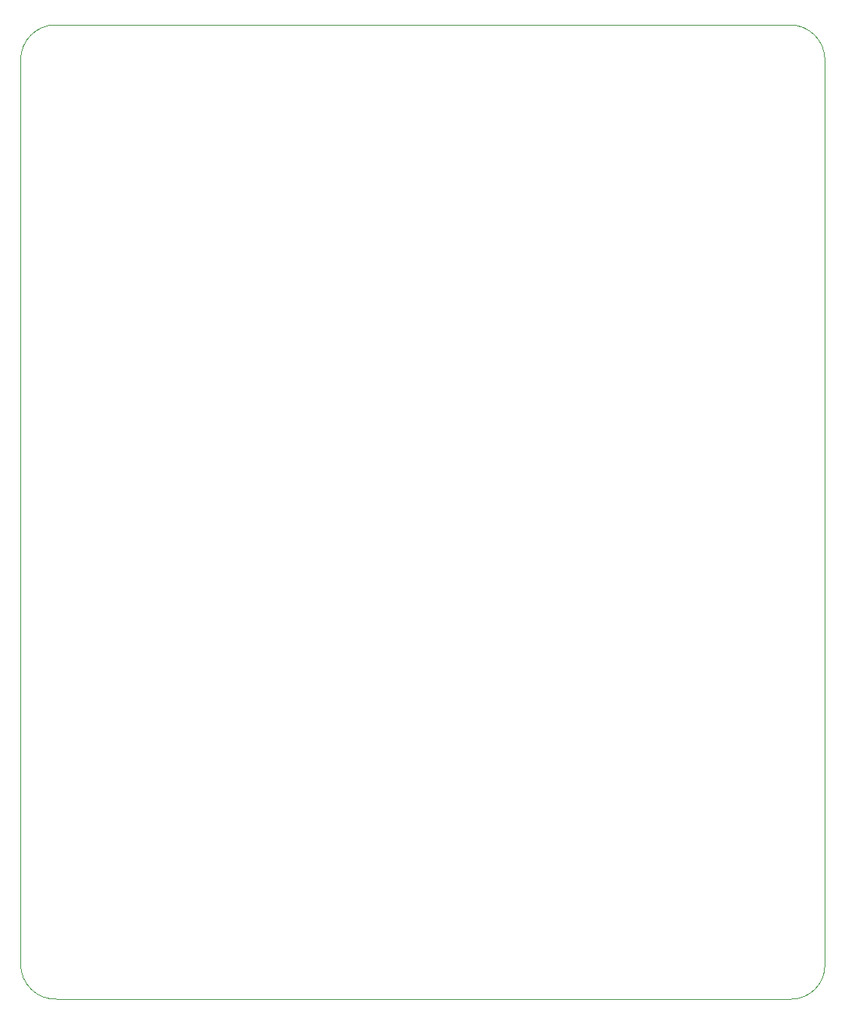
<source format=gm1>
G04 #@! TF.GenerationSoftware,KiCad,Pcbnew,7.0.7*
G04 #@! TF.CreationDate,2024-04-12T20:50:38-05:00*
G04 #@! TF.ProjectId,Science_Actuation,53636965-6e63-4655-9f41-637475617469,rev?*
G04 #@! TF.SameCoordinates,Original*
G04 #@! TF.FileFunction,Profile,NP*
%FSLAX46Y46*%
G04 Gerber Fmt 4.6, Leading zero omitted, Abs format (unit mm)*
G04 Created by KiCad (PCBNEW 7.0.7) date 2024-04-12 20:50:38*
%MOMM*%
%LPD*%
G01*
G04 APERTURE LIST*
G04 #@! TA.AperFunction,Profile*
%ADD10C,0.100000*%
G04 #@! TD*
G04 APERTURE END LIST*
D10*
X165608000Y-148463000D02*
G75*
G03*
X169418000Y-144653000I0J3810000D01*
G01*
X169418000Y-42926000D02*
G75*
G03*
X165481000Y-38989000I-3937000J0D01*
G01*
X78991954Y-144526000D02*
G75*
G03*
X83058000Y-148462998I3939046J0D01*
G01*
X82931000Y-38989000D02*
X165481000Y-38989000D01*
X82931000Y-38989000D02*
G75*
G03*
X78994000Y-42926000I0J-3937000D01*
G01*
X165608000Y-148463000D02*
X83058000Y-148463000D01*
X78994000Y-144526000D02*
X78994000Y-42926000D01*
X169418000Y-42926000D02*
X169418000Y-144653000D01*
M02*

</source>
